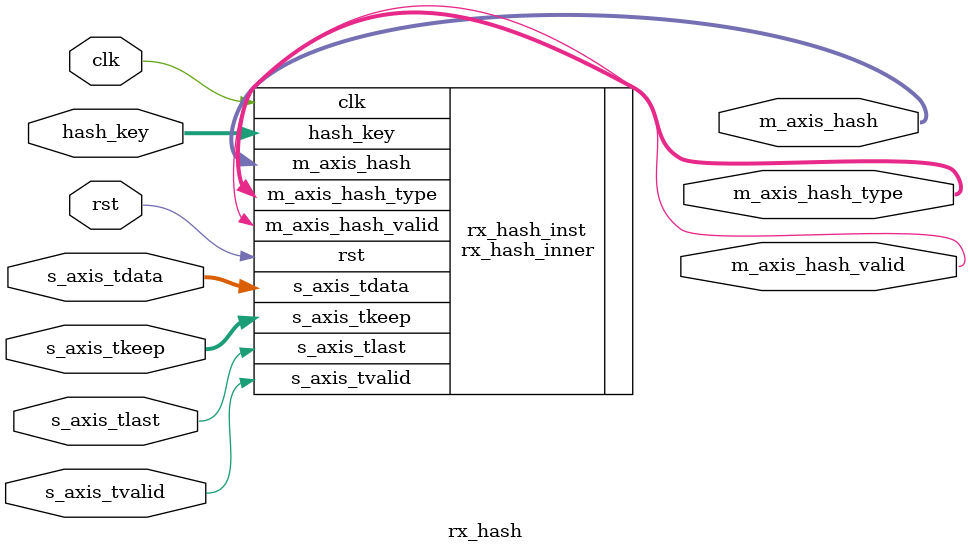
<source format=v>
/*

Copyright 2019, The Regents of the University of California.
All rights reserved.

Redistribution and use in source and binary forms, with or without
modification, are permitted provided that the following conditions are met:

   1. Redistributions of source code must retain the above copyright notice,
      this list of conditions and the following disclaimer.

   2. Redistributions in binary form must reproduce the above copyright notice,
      this list of conditions and the following disclaimer in the documentation
      and/or other materials provided with the distribution.

THIS SOFTWARE IS PROVIDED BY THE REGENTS OF THE UNIVERSITY OF CALIFORNIA ''AS
IS'' AND ANY EXPRESS OR IMPLIED WARRANTIES, INCLUDING, BUT NOT LIMITED TO, THE
IMPLIED WARRANTIES OF MERCHANTABILITY AND FITNESS FOR A PARTICULAR PURPOSE ARE
DISCLAIMED. IN NO EVENT SHALL THE REGENTS OF THE UNIVERSITY OF CALIFORNIA OR
CONTRIBUTORS BE LIABLE FOR ANY DIRECT, INDIRECT, INCIDENTAL, SPECIAL,
EXEMPLARY, OR CONSEQUENTIAL DAMAGES (INCLUDING, BUT NOT LIMITED TO, PROCUREMENT
OF SUBSTITUTE GOODS OR SERVICES; LOSS OF USE, DATA, OR PROFITS; OR BUSINESS
INTERRUPTION) HOWEVER CAUSED AND ON ANY THEORY OF LIABILITY, WHETHER IN
CONTRACT, STRICT LIABILITY, OR TORT (INCLUDING NEGLIGENCE OR OTHERWISE) ARISING
IN ANY WAY OUT OF THE USE OF THIS SOFTWARE, EVEN IF ADVISED OF THE POSSIBILITY
OF SUCH DAMAGE.

The views and conclusions contained in the software and documentation are those
of the authors and should not be interpreted as representing official policies,
either expressed or implied, of The Regents of the University of California.

*/

// Language: Verilog 2001

`timescale 1ns / 1ps

/*
 * Receive hashing module
 */
module rx_hash #
(
    // Width of AXI stream interfaces in bits
    parameter DATA_WIDTH = 256,
    // AXI stream tkeep signal width (words per cycle)
    parameter KEEP_WIDTH = (DATA_WIDTH/8)
)
(
    input  wire                   clk,
    input  wire                   rst,

    /*
     * AXI input
     */
    input  wire [DATA_WIDTH-1:0]  s_axis_tdata,
    input  wire [KEEP_WIDTH-1:0]  s_axis_tkeep,
    input  wire                   s_axis_tvalid,
    input  wire                   s_axis_tlast,

    /*
     * Control
     */
    input  wire [40*8-1:0]        hash_key,

    /*
     * Hash output
     */
    output wire [31:0]            m_axis_hash,
    output wire [3:0]             m_axis_hash_type,
    output wire                   m_axis_hash_valid
);

initial begin
    if (DATA_WIDTH != 256) begin $error; $finish; end
    if (KEEP_WIDTH != 32) begin $error; $finish; end
end

rx_hash_inner rx_hash_inst (
    .clk(clk),
    .rst(rst),

    .s_axis_tdata(s_axis_tdata),
    .s_axis_tkeep(s_axis_tkeep),
    .s_axis_tvalid(s_axis_tvalid),
    .s_axis_tlast(s_axis_tlast),

    .hash_key(hash_key),

    .m_axis_hash(m_axis_hash),
    .m_axis_hash_type(m_axis_hash_type),
    .m_axis_hash_valid(m_axis_hash_valid)
);

endmodule

</source>
